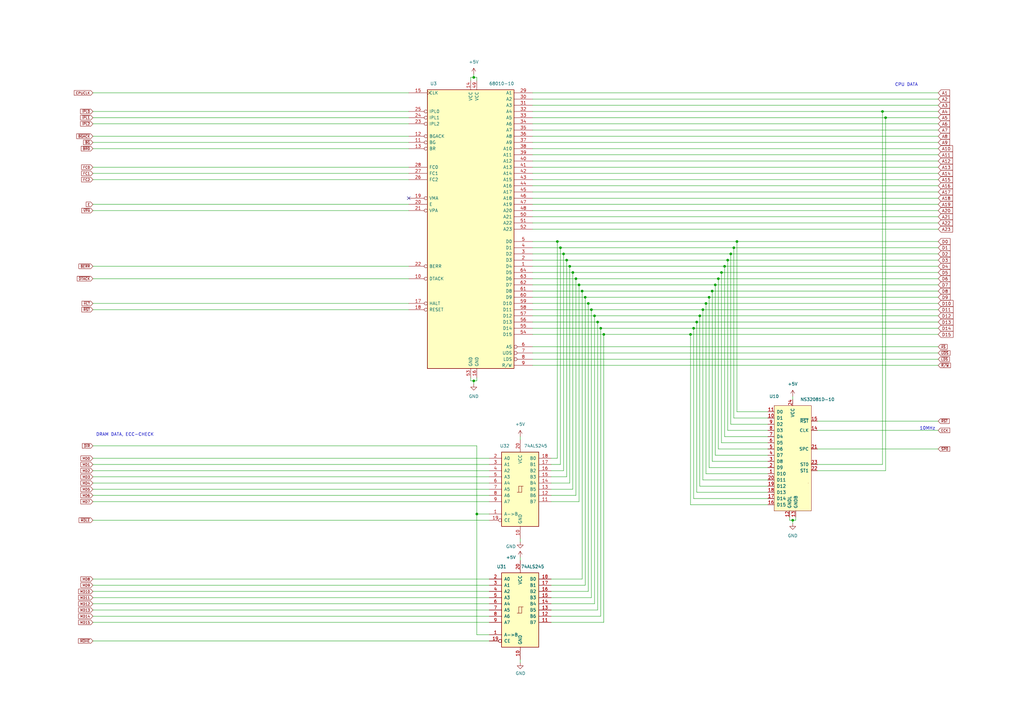
<source format=kicad_sch>
(kicad_sch (version 20211123) (generator eeschema)
  (paper "A3")
  (lib_symbols
    (symbol "74xx:74HC245" (pin_names (offset 1.016))
      (property "Reference" "U" (at -7.62 16.51 0))
      (property "Value" "74HC245" (at -7.62 -16.51 0))
      (symbol "74HC245_1_0"
        (polyline (pts (xy -0.635 -1.27) (xy -0.635 1.27) (xy 0.635 1.27)))
        (polyline (pts (xy -1.27 -1.27) (xy 0.635 -1.27) (xy 0.635 1.27) (xy 1.27 1.27)))
        (pin input line (at -12.7 -10.16 0) (length 5.08) (name "A->B") (number "1"))
        (pin power_in line (at 0 -20.32 90) (length 5.08) (name "GND") (number "10"))
        (pin tri_state line (at 12.7 -5.08 180) (length 5.08) (name "B7") (number "11"))
        (pin tri_state line (at 12.7 -2.54 180) (length 5.08) (name "B6") (number "12"))
        (pin tri_state line (at 12.7 0 180) (length 5.08) (name "B5") (number "13"))
        (pin tri_state line (at 12.7 2.54 180) (length 5.08) (name "B4") (number "14"))
        (pin tri_state line (at 12.7 5.08 180) (length 5.08) (name "B3") (number "15"))
        (pin tri_state line (at 12.7 7.62 180) (length 5.08) (name "B2") (number "16"))
        (pin tri_state line (at 12.7 10.16 180) (length 5.08) (name "B1") (number "17"))
        (pin tri_state line (at 12.7 12.7 180) (length 5.08) (name "B0") (number "18"))
        (pin input inverted (at -12.7 -12.7 0) (length 5.08) (name "CE") (number "19"))
        (pin tri_state line (at -12.7 12.7 0) (length 5.08) (name "A0") (number "2"))
        (pin power_in line (at 0 20.32 270) (length 5.08) (name "VCC") (number "20"))
        (pin tri_state line (at -12.7 10.16 0) (length 5.08) (name "A1") (number "3"))
        (pin tri_state line (at -12.7 7.62 0) (length 5.08) (name "A2") (number "4"))
        (pin tri_state line (at -12.7 5.08 0) (length 5.08) (name "A3") (number "5"))
        (pin tri_state line (at -12.7 2.54 0) (length 5.08) (name "A4") (number "6"))
        (pin tri_state line (at -12.7 0 0) (length 5.08) (name "A5") (number "7"))
        (pin tri_state line (at -12.7 -2.54 0) (length 5.08) (name "A6") (number "8"))
        (pin tri_state line (at -12.7 -5.08 0) (length 5.08) (name "A7") (number "9"))
      )
      (symbol "74HC245_1_1"
        (rectangle (start -7.62 15.24) (end 7.62 -15.24) (stroke (width 0.254)) (fill (type background)))
      )
    )
    (symbol "CPU_NXP_68000:68010D" (pin_names (offset 0.762))
      (property "Reference" "U" (at 0 2.54 0))
      (property "Value" "68010D" (at 0 -3.81 0))
      (symbol "68010D_0_1"
        (rectangle (start -17.78 57.15) (end 17.78 -57.15) (stroke (width 0.254)) (fill (type background)))
      )
      (symbol "68010D_1_1"
        (pin bidirectional line (at 25.4 -15.24 180) (length 7.62) (name "D4") (number "1"))
        (pin input inverted (at -25.4 -20.32 0) (length 7.62) (name "DTACK") (number "10"))
        (pin output inverted (at -25.4 35.56 0) (length 7.62) (name "BG") (number "11"))
        (pin input inverted (at -25.4 38.1 0) (length 7.62) (name "BGACK") (number "12"))
        (pin input inverted (at -25.4 33.02 0) (length 7.62) (name "BR") (number "13"))
        (pin power_in line (at 0 60.96 270) (length 3.81) (name "VCC") (number "14"))
        (pin input clock (at -25.4 55.88 0) (length 7.62) (name "CLK") (number "15"))
        (pin power_in line (at 2.54 -60.96 90) (length 3.81) (name "GND") (number "16"))
        (pin bidirectional inverted (at -25.4 -30.48 0) (length 7.62) (name "HALT") (number "17"))
        (pin bidirectional inverted (at -25.4 -33.02 0) (length 7.62) (name "RESET") (number "18"))
        (pin output inverted (at -25.4 12.7 0) (length 7.62) (name "VMA") (number "19"))
        (pin bidirectional line (at 25.4 -12.7 180) (length 7.62) (name "D3") (number "2"))
        (pin output line (at -25.4 10.16 0) (length 7.62) (name "E") (number "20"))
        (pin input inverted (at -25.4 7.62 0) (length 7.62) (name "VPA") (number "21"))
        (pin input inverted (at -25.4 -15.24 0) (length 7.62) (name "BERR") (number "22"))
        (pin input inverted (at -25.4 43.18 0) (length 7.62) (name "IPL2") (number "23"))
        (pin input inverted (at -25.4 45.72 0) (length 7.62) (name "IPL1") (number "24"))
        (pin input inverted (at -25.4 48.26 0) (length 7.62) (name "IPL0") (number "25"))
        (pin output line (at -25.4 20.32 0) (length 7.62) (name "FC2") (number "26"))
        (pin output line (at -25.4 22.86 0) (length 7.62) (name "FC1") (number "27"))
        (pin output line (at -25.4 25.4 0) (length 7.62) (name "FC0") (number "28"))
        (pin output line (at 25.4 55.88 180) (length 7.62) (name "A1") (number "29"))
        (pin bidirectional line (at 25.4 -10.16 180) (length 7.62) (name "D2") (number "3"))
        (pin output line (at 25.4 53.34 180) (length 7.62) (name "A2") (number "30"))
        (pin output line (at 25.4 50.8 180) (length 7.62) (name "A3") (number "31"))
        (pin output line (at 25.4 48.26 180) (length 7.62) (name "A4") (number "32"))
        (pin output line (at 25.4 45.72 180) (length 7.62) (name "A5") (number "33"))
        (pin output line (at 25.4 43.18 180) (length 7.62) (name "A6") (number "34"))
        (pin output line (at 25.4 40.64 180) (length 7.62) (name "A7") (number "35"))
        (pin output line (at 25.4 38.1 180) (length 7.62) (name "A8") (number "36"))
        (pin output line (at 25.4 35.56 180) (length 7.62) (name "A9") (number "37"))
        (pin output line (at 25.4 33.02 180) (length 7.62) (name "A10") (number "38"))
        (pin output line (at 25.4 30.48 180) (length 7.62) (name "A11") (number "39"))
        (pin bidirectional line (at 25.4 -7.62 180) (length 7.62) (name "D1") (number "4"))
        (pin output line (at 25.4 27.94 180) (length 7.62) (name "A12") (number "40"))
        (pin output line (at 25.4 25.4 180) (length 7.62) (name "A13") (number "41"))
        (pin output line (at 25.4 22.86 180) (length 7.62) (name "A14") (number "42"))
        (pin output line (at 25.4 20.32 180) (length 7.62) (name "A15") (number "43"))
        (pin output line (at 25.4 17.78 180) (length 7.62) (name "A16") (number "44"))
        (pin output line (at 25.4 15.24 180) (length 7.62) (name "A17") (number "45"))
        (pin output line (at 25.4 12.7 180) (length 7.62) (name "A18") (number "46"))
        (pin output line (at 25.4 10.16 180) (length 7.62) (name "A19") (number "47"))
        (pin output line (at 25.4 7.62 180) (length 7.62) (name "A20") (number "48"))
        (pin power_in line (at 2.54 60.96 270) (length 3.81) (name "VCC") (number "49"))
        (pin bidirectional line (at 25.4 -5.08 180) (length 7.62) (name "D0") (number "5"))
        (pin output line (at 25.4 5.08 180) (length 7.62) (name "A21") (number "50"))
        (pin output line (at 25.4 2.54 180) (length 7.62) (name "A22") (number "51"))
        (pin output line (at 25.4 0 180) (length 7.62) (name "A23") (number "52"))
        (pin power_in line (at 0 -60.96 90) (length 3.81) (name "GND") (number "53"))
        (pin bidirectional line (at 25.4 -43.18 180) (length 7.62) (name "D15") (number "54"))
        (pin bidirectional line (at 25.4 -40.64 180) (length 7.62) (name "D14") (number "55"))
        (pin bidirectional line (at 25.4 -38.1 180) (length 7.62) (name "D13") (number "56"))
        (pin bidirectional line (at 25.4 -35.56 180) (length 7.62) (name "D12") (number "57"))
        (pin bidirectional line (at 25.4 -33.02 180) (length 7.62) (name "D11") (number "58"))
        (pin bidirectional line (at 25.4 -30.48 180) (length 7.62) (name "D10") (number "59"))
        (pin output inverted (at 25.4 -48.26 180) (length 7.62) (name "AS") (number "6"))
        (pin bidirectional line (at 25.4 -27.94 180) (length 7.62) (name "D9") (number "60"))
        (pin bidirectional line (at 25.4 -25.4 180) (length 7.62) (name "D8") (number "61"))
        (pin bidirectional line (at 25.4 -22.86 180) (length 7.62) (name "D7") (number "62"))
        (pin bidirectional line (at 25.4 -20.32 180) (length 7.62) (name "D6") (number "63"))
        (pin bidirectional line (at 25.4 -17.78 180) (length 7.62) (name "D5") (number "64"))
        (pin output inverted (at 25.4 -50.8 180) (length 7.62) (name "UDS") (number "7"))
        (pin output inverted (at 25.4 -53.34 180) (length 7.62) (name "LDS") (number "8"))
        (pin output line (at 25.4 -55.88 180) (length 7.62) (name "R/W") (number "9"))
      )
    )
    (symbol "power:+5V" (power) (pin_names (offset 0))
      (property "Value" "+5V" (at 0 3.556 0))
      (symbol "+5V_0_1"
        (polyline (pts (xy -0.762 1.27) (xy 0 2.54)))
        (polyline (pts (xy 0 0) (xy 0 2.54)))
        (polyline (pts (xy 0 2.54) (xy 0.762 1.27)))
      )
      (symbol "+5V_1_1"
        (pin power_in line (at 0 0 90) (length 0) hide (name "+5V") (number "1"))
      )
    )
    (symbol "power:GND" (power) (pin_names (offset 0))
      (property "Value" "GND" (at 0 -3.81 0))
      (symbol "GND_0_1"
        (polyline (pts (xy 0 0) (xy 0 -1.27) (xy 1.27 -1.27) (xy 0 -2.54) (xy -1.27 -1.27) (xy 0 -1.27)))
      )
      (symbol "GND_1_1"
        (pin power_in line (at 0 0 270) (length 0) hide (name "GND") (number "1"))
      )
    )
    (symbol "x37:NS32081D-10" (pin_names (offset 1.016))
      (property "Reference" "U" (at 3.81 24.13 0))
      (property "Value" "NS32081D-10" (at -11.43 24.13 0))
      (symbol "NS32081D-10_0_0"
        (pin bidirectional line (at -10.16 -6.35 0) (length 2.54) (name "D10") (number "1"))
        (pin bidirectional line (at -10.16 16.51 0) (length 2.54) (name "D1") (number "10"))
        (pin power_in line (at -1.27 -24.13 90) (length 2.54) (name "GNDL") (number "12"))
        (pin power_in line (at 1.27 -24.13 90) (length 2.54) (name "GNDB") (number "13"))
        (pin input line (at 10.16 11.43 180) (length 2.54) (name "CLK") (number "14"))
        (pin input line (at 10.16 15.24 180) (length 2.54) (name "~{RST}") (number "15"))
        (pin bidirectional line (at -10.16 -19.05 0) (length 2.54) (name "D15") (number "16"))
        (pin bidirectional line (at -10.16 -16.51 0) (length 2.54) (name "D14") (number "17"))
        (pin bidirectional line (at -10.16 -13.97 0) (length 2.54) (name "D13") (number "18"))
        (pin bidirectional line (at -10.16 -11.43 0) (length 2.54) (name "D12") (number "19"))
        (pin bidirectional line (at -10.16 -3.81 0) (length 2.54) (name "D9") (number "2"))
        (pin bidirectional line (at -10.16 -8.89 0) (length 2.54) (name "D11") (number "20"))
        (pin bidirectional line (at 10.16 3.81 180) (length 2.54) (name "SPC") (number "21"))
        (pin bidirectional line (at 10.16 -5.08 180) (length 2.54) (name "ST1") (number "22"))
        (pin bidirectional line (at 10.16 -2.54 180) (length 2.54) (name "ST0") (number "23"))
        (pin power_in line (at 0 24.13 270) (length 2.54) (name "VCC") (number "24"))
        (pin bidirectional line (at -10.16 -1.27 0) (length 2.54) (name "D8") (number "3"))
        (pin bidirectional line (at -10.16 1.27 0) (length 2.54) (name "D7") (number "4"))
        (pin bidirectional line (at -10.16 3.81 0) (length 2.54) (name "D6") (number "5"))
        (pin bidirectional line (at -10.16 6.35 0) (length 2.54) (name "D5") (number "6"))
        (pin bidirectional line (at -10.16 8.89 0) (length 2.54) (name "D4") (number "7"))
        (pin bidirectional line (at -10.16 11.43 0) (length 2.54) (name "D3") (number "8"))
        (pin bidirectional line (at -10.16 13.97 0) (length 2.54) (name "D2") (number "9"))
      )
      (symbol "NS32081D-10_0_1"
        (rectangle (start -7.62 21.59) (end 7.62 -21.59) (fill (type background)))
        (rectangle (start 6.35 -10.16) (end 6.35 -10.16))
      )
      (symbol "NS32081D-10_1_1"
        (pin bidirectional line (at -10.16 19.05 0) (length 2.54) (name "D0") (number "11"))
      )
    )
  )
  (junction (at 299.72 104.14))
  (junction (at 194.31 31.75))
  (junction (at 288.29 127))
  (junction (at 284.48 134.62))
  (junction (at 298.45 106.68))
  (junction (at 240.03 121.92))
  (junction (at 361.95 45.72))
  (junction (at 247.65 137.16))
  (junction (at 287.02 129.54))
  (junction (at 242.57 127))
  (junction (at 297.18 109.22))
  (junction (at 228.6 99.06))
  (junction (at 234.95 111.76))
  (junction (at 194.31 156.21))
  (junction (at 195.58 210.82))
  (junction (at 243.84 129.54))
  (junction (at 233.68 109.22))
  (junction (at 300.99 101.6))
  (junction (at 290.83 121.92))
  (junction (at 246.38 134.62))
  (junction (at 229.87 101.6))
  (junction (at 289.56 124.46))
  (junction (at 285.75 132.08))
  (junction (at 283.21 137.16))
  (junction (at 238.76 119.38))
  (junction (at 294.64 114.3))
  (junction (at 241.3 124.46))
  (junction (at 292.1 119.38))
  (junction (at 293.37 116.84))
  (junction (at 231.14 104.14))
  (junction (at 325.12 213.36))
  (junction (at 302.26 99.06))
  (junction (at 245.11 132.08))
  (junction (at 295.91 111.76))
  (junction (at 232.41 106.68))
  (junction (at 363.22 48.26))
  (junction (at 236.22 114.3))
  (junction (at 237.49 116.84))
  (no_connect (at 167.64 81.28))
  (wire (pts (xy 229.87 101.6) (xy 229.87 190.5)))
  (wire (pts (xy 314.96 186.69) (xy 293.37 186.69)))
  (wire (pts (xy 326.39 213.36) (xy 326.39 212.09)))
  (wire (pts (xy 200.66 213.36) (xy 38.1 213.36)))
  (wire (pts (xy 193.04 31.75) (xy 194.31 31.75)))
  (wire (pts (xy 38.1 203.2) (xy 200.66 203.2)))
  (wire (pts (xy 218.44 58.42) (xy 384.81 58.42)))
  (wire (pts (xy 195.58 156.21) (xy 195.58 154.94)))
  (wire (pts (xy 218.44 101.6) (xy 229.87 101.6)))
  (wire (pts (xy 302.26 99.06) (xy 302.26 168.91)))
  (wire (pts (xy 218.44 60.96) (xy 384.81 60.96)))
  (wire (pts (xy 218.44 45.72) (xy 361.95 45.72)))
  (wire (pts (xy 325.12 162.56) (xy 325.12 163.83)))
  (wire (pts (xy 284.48 134.62) (xy 384.81 134.62)))
  (wire (pts (xy 226.06 203.2) (xy 236.22 203.2)))
  (wire (pts (xy 226.06 200.66) (xy 234.95 200.66)))
  (wire (pts (xy 218.44 106.68) (xy 232.41 106.68)))
  (wire (pts (xy 218.44 104.14) (xy 231.14 104.14)))
  (wire (pts (xy 287.02 129.54) (xy 384.81 129.54)))
  (wire (pts (xy 218.44 124.46) (xy 241.3 124.46)))
  (wire (pts (xy 245.11 132.08) (xy 285.75 132.08)))
  (wire (pts (xy 226.06 240.03) (xy 240.03 240.03)))
  (wire (pts (xy 289.56 124.46) (xy 289.56 194.31)))
  (wire (pts (xy 167.64 86.36) (xy 38.1 86.36)))
  (wire (pts (xy 361.95 190.5) (xy 335.28 190.5)))
  (wire (pts (xy 195.58 260.35) (xy 195.58 210.82)))
  (wire (pts (xy 294.64 184.15) (xy 314.96 184.15)))
  (wire (pts (xy 226.06 250.19) (xy 245.11 250.19)))
  (wire (pts (xy 200.66 205.74) (xy 38.1 205.74)))
  (wire (pts (xy 314.96 171.45) (xy 300.99 171.45)))
  (wire (pts (xy 284.48 134.62) (xy 284.48 204.47)))
  (wire (pts (xy 194.31 156.21) (xy 195.58 156.21)))
  (wire (pts (xy 167.64 50.8) (xy 38.1 50.8)))
  (wire (pts (xy 218.44 71.12) (xy 384.81 71.12)))
  (wire (pts (xy 167.64 58.42) (xy 38.1 58.42)))
  (wire (pts (xy 226.06 252.73) (xy 246.38 252.73)))
  (wire (pts (xy 293.37 116.84) (xy 384.81 116.84)))
  (wire (pts (xy 335.28 172.72) (xy 384.81 172.72)))
  (wire (pts (xy 241.3 124.46) (xy 241.3 242.57)))
  (wire (pts (xy 218.44 48.26) (xy 363.22 48.26)))
  (wire (pts (xy 200.66 200.66) (xy 38.1 200.66)))
  (wire (pts (xy 200.66 237.49) (xy 38.1 237.49)))
  (wire (pts (xy 292.1 189.23) (xy 314.96 189.23)))
  (wire (pts (xy 302.26 99.06) (xy 384.81 99.06)))
  (wire (pts (xy 335.28 193.04) (xy 363.22 193.04)))
  (wire (pts (xy 218.44 40.64) (xy 384.81 40.64)))
  (wire (pts (xy 243.84 129.54) (xy 243.84 247.65)))
  (wire (pts (xy 292.1 119.38) (xy 292.1 189.23)))
  (wire (pts (xy 290.83 191.77) (xy 314.96 191.77)))
  (wire (pts (xy 195.58 210.82) (xy 200.66 210.82)))
  (wire (pts (xy 294.64 114.3) (xy 384.81 114.3)))
  (wire (pts (xy 314.96 173.99) (xy 299.72 173.99)))
  (wire (pts (xy 325.12 213.36) (xy 326.39 213.36)))
  (wire (pts (xy 218.44 114.3) (xy 236.22 114.3)))
  (wire (pts (xy 293.37 186.69) (xy 293.37 116.84)))
  (wire (pts (xy 167.64 71.12) (xy 38.1 71.12)))
  (wire (pts (xy 234.95 200.66) (xy 234.95 111.76)))
  (wire (pts (xy 218.44 99.06) (xy 228.6 99.06)))
  (wire (pts (xy 167.64 38.1) (xy 38.1 38.1)))
  (wire (pts (xy 200.66 245.11) (xy 38.1 245.11)))
  (wire (pts (xy 226.06 245.11) (xy 242.57 245.11)))
  (wire (pts (xy 242.57 245.11) (xy 242.57 127)))
  (wire (pts (xy 213.36 220.98) (xy 213.36 222.25)))
  (wire (pts (xy 237.49 205.74) (xy 237.49 116.84)))
  (wire (pts (xy 167.64 83.82) (xy 38.1 83.82)))
  (wire (pts (xy 238.76 119.38) (xy 238.76 237.49)))
  (wire (pts (xy 218.44 66.04) (xy 384.81 66.04)))
  (wire (pts (xy 218.44 83.82) (xy 384.81 83.82)))
  (wire (pts (xy 218.44 121.92) (xy 240.03 121.92)))
  (wire (pts (xy 231.14 193.04) (xy 231.14 104.14)))
  (wire (pts (xy 226.06 205.74) (xy 237.49 205.74)))
  (wire (pts (xy 283.21 137.16) (xy 384.81 137.16)))
  (wire (pts (xy 384.81 43.18) (xy 218.44 43.18)))
  (wire (pts (xy 218.44 144.78) (xy 384.81 144.78)))
  (wire (pts (xy 218.44 91.44) (xy 384.81 91.44)))
  (wire (pts (xy 218.44 132.08) (xy 245.11 132.08)))
  (wire (pts (xy 247.65 137.16) (xy 283.21 137.16)))
  (wire (pts (xy 200.66 187.96) (xy 38.1 187.96)))
  (wire (pts (xy 226.06 255.27) (xy 247.65 255.27)))
  (wire (pts (xy 240.03 240.03) (xy 240.03 121.92)))
  (wire (pts (xy 300.99 101.6) (xy 384.81 101.6)))
  (wire (pts (xy 323.85 212.09) (xy 323.85 213.36)))
  (wire (pts (xy 302.26 168.91) (xy 314.96 168.91)))
  (wire (pts (xy 361.95 45.72) (xy 361.95 190.5)))
  (wire (pts (xy 226.06 193.04) (xy 231.14 193.04)))
  (wire (pts (xy 287.02 199.39) (xy 314.96 199.39)))
  (wire (pts (xy 193.04 154.94) (xy 193.04 156.21)))
  (wire (pts (xy 38.1 262.89) (xy 200.66 262.89)))
  (wire (pts (xy 323.85 213.36) (xy 325.12 213.36)))
  (wire (pts (xy 38.1 193.04) (xy 200.66 193.04)))
  (wire (pts (xy 218.44 93.98) (xy 384.81 93.98)))
  (wire (pts (xy 218.44 63.5) (xy 384.81 63.5)))
  (wire (pts (xy 38.1 252.73) (xy 200.66 252.73)))
  (wire (pts (xy 193.04 33.02) (xy 193.04 31.75)))
  (wire (pts (xy 218.44 129.54) (xy 243.84 129.54)))
  (wire (pts (xy 245.11 250.19) (xy 245.11 132.08)))
  (wire (pts (xy 213.36 270.51) (xy 213.36 271.78)))
  (wire (pts (xy 299.72 173.99) (xy 299.72 104.14)))
  (wire (pts (xy 38.1 242.57) (xy 200.66 242.57)))
  (wire (pts (xy 218.44 109.22) (xy 233.68 109.22)))
  (wire (pts (xy 226.06 198.12) (xy 233.68 198.12)))
  (wire (pts (xy 200.66 195.58) (xy 38.1 195.58)))
  (wire (pts (xy 295.91 181.61) (xy 314.96 181.61)))
  (wire (pts (xy 193.04 156.21) (xy 194.31 156.21)))
  (wire (pts (xy 233.68 198.12) (xy 233.68 109.22)))
  (wire (pts (xy 298.45 106.68) (xy 298.45 176.53)))
  (wire (pts (xy 200.66 240.03) (xy 38.1 240.03)))
  (wire (pts (xy 218.44 111.76) (xy 234.95 111.76)))
  (wire (pts (xy 325.12 213.36) (xy 325.12 214.63)))
  (wire (pts (xy 314.96 179.07) (xy 297.18 179.07)))
  (wire (pts (xy 38.1 114.3) (xy 167.64 114.3)))
  (wire (pts (xy 218.44 116.84) (xy 237.49 116.84)))
  (wire (pts (xy 218.44 149.86) (xy 384.81 149.86)))
  (wire (pts (xy 167.64 127) (xy 38.1 127)))
  (wire (pts (xy 38.1 55.88) (xy 167.64 55.88)))
  (wire (pts (xy 38.1 198.12) (xy 200.66 198.12)))
  (wire (pts (xy 213.36 228.6) (xy 213.36 229.87)))
  (wire (pts (xy 298.45 176.53) (xy 314.96 176.53)))
  (wire (pts (xy 229.87 101.6) (xy 300.99 101.6)))
  (wire (pts (xy 167.64 45.72) (xy 38.1 45.72)))
  (wire (pts (xy 289.56 194.31) (xy 314.96 194.31)))
  (wire (pts (xy 218.44 147.32) (xy 384.81 147.32)))
  (wire (pts (xy 243.84 129.54) (xy 287.02 129.54)))
  (wire (pts (xy 218.44 119.38) (xy 238.76 119.38)))
  (wire (pts (xy 218.44 78.74) (xy 384.81 78.74)))
  (wire (pts (xy 226.06 190.5) (xy 229.87 190.5)))
  (wire (pts (xy 290.83 121.92) (xy 384.81 121.92)))
  (wire (pts (xy 238.76 237.49) (xy 226.06 237.49)))
  (wire (pts (xy 218.44 55.88) (xy 384.81 55.88)))
  (wire (pts (xy 246.38 252.73) (xy 246.38 134.62)))
  (wire (pts (xy 218.44 127) (xy 242.57 127)))
  (wire (pts (xy 285.75 201.93) (xy 314.96 201.93)))
  (wire (pts (xy 237.49 116.84) (xy 293.37 116.84)))
  (wire (pts (xy 241.3 124.46) (xy 289.56 124.46)))
  (wire (pts (xy 200.66 250.19) (xy 38.1 250.19)))
  (wire (pts (xy 233.68 109.22) (xy 297.18 109.22)))
  (wire (pts (xy 285.75 132.08) (xy 384.81 132.08)))
  (wire (pts (xy 218.44 88.9) (xy 384.81 88.9)))
  (wire (pts (xy 232.41 106.68) (xy 298.45 106.68)))
  (wire (pts (xy 292.1 119.38) (xy 384.81 119.38)))
  (wire (pts (xy 218.44 86.36) (xy 384.81 86.36)))
  (wire (pts (xy 242.57 127) (xy 288.29 127)))
  (wire (pts (xy 232.41 195.58) (xy 232.41 106.68)))
  (wire (pts (xy 218.44 53.34) (xy 384.81 53.34)))
  (wire (pts (xy 38.1 124.46) (xy 167.64 124.46)))
  (wire (pts (xy 243.84 247.65) (xy 226.06 247.65)))
  (wire (pts (xy 363.22 193.04) (xy 363.22 48.26)))
  (wire (pts (xy 295.91 111.76) (xy 295.91 181.61)))
  (wire (pts (xy 167.64 109.22) (xy 38.1 109.22)))
  (wire (pts (xy 167.64 68.58) (xy 38.1 68.58)))
  (wire (pts (xy 200.66 260.35) (xy 195.58 260.35)))
  (wire (pts (xy 241.3 242.57) (xy 226.06 242.57)))
  (wire (pts (xy 246.38 134.62) (xy 284.48 134.62)))
  (wire (pts (xy 297.18 179.07) (xy 297.18 109.22)))
  (wire (pts (xy 195.58 182.88) (xy 38.1 182.88)))
  (wire (pts (xy 218.44 68.58) (xy 384.81 68.58)))
  (wire (pts (xy 38.1 247.65) (xy 200.66 247.65)))
  (wire (pts (xy 194.31 31.75) (xy 194.31 30.48)))
  (wire (pts (xy 289.56 124.46) (xy 384.81 124.46)))
  (wire (pts (xy 236.22 203.2) (xy 236.22 114.3)))
  (wire (pts (xy 228.6 99.06) (xy 302.26 99.06)))
  (wire (pts (xy 218.44 81.28) (xy 384.81 81.28)))
  (wire (pts (xy 195.58 210.82) (xy 195.58 182.88)))
  (wire (pts (xy 213.36 179.07) (xy 213.36 180.34)))
  (wire (pts (xy 218.44 38.1) (xy 384.81 38.1)))
  (wire (pts (xy 218.44 137.16) (xy 247.65 137.16)))
  (wire (pts (xy 226.06 195.58) (xy 232.41 195.58)))
  (wire (pts (xy 285.75 132.08) (xy 285.75 201.93)))
  (wire (pts (xy 288.29 127) (xy 288.29 196.85)))
  (wire (pts (xy 288.29 196.85) (xy 314.96 196.85)))
  (wire (pts (xy 218.44 76.2) (xy 384.81 76.2)))
  (wire (pts (xy 298.45 106.68) (xy 384.81 106.68)))
  (wire (pts (xy 240.03 121.92) (xy 290.83 121.92)))
  (wire (pts (xy 335.28 184.15) (xy 384.81 184.15)))
  (wire (pts (xy 200.66 255.27) (xy 38.1 255.27)))
  (wire (pts (xy 194.31 156.21) (xy 194.31 157.48)))
  (wire (pts (xy 290.83 121.92) (xy 290.83 191.77)))
  (wire (pts (xy 231.14 104.14) (xy 299.72 104.14)))
  (wire (pts (xy 236.22 114.3) (xy 294.64 114.3)))
  (wire (pts (xy 247.65 255.27) (xy 247.65 137.16)))
  (wire (pts (xy 167.64 73.66) (xy 38.1 73.66)))
  (wire (pts (xy 297.18 109.22) (xy 384.81 109.22)))
  (wire (pts (xy 300.99 171.45) (xy 300.99 101.6)))
  (wire (pts (xy 299.72 104.14) (xy 384.81 104.14)))
  (wire (pts (xy 287.02 129.54) (xy 287.02 199.39)))
  (wire (pts (xy 238.76 119.38) (xy 292.1 119.38)))
  (wire (pts (xy 234.95 111.76) (xy 295.91 111.76)))
  (wire (pts (xy 194.31 31.75) (xy 195.58 31.75)))
  (wire (pts (xy 228.6 187.96) (xy 228.6 99.06)))
  (wire (pts (xy 167.64 48.26) (xy 38.1 48.26)))
  (wire (pts (xy 283.21 137.16) (xy 283.21 207.01)))
  (wire (pts (xy 218.44 73.66) (xy 384.81 73.66)))
  (wire (pts (xy 218.44 142.24) (xy 384.81 142.24)))
  (wire (pts (xy 226.06 187.96) (xy 228.6 187.96)))
  (wire (pts (xy 218.44 50.8) (xy 384.81 50.8)))
  (wire (pts (xy 361.95 45.72) (xy 384.81 45.72)))
  (wire (pts (xy 363.22 48.26) (xy 384.81 48.26)))
  (wire (pts (xy 288.29 127) (xy 384.81 127)))
  (wire (pts (xy 200.66 190.5) (xy 38.1 190.5)))
  (wire (pts (xy 283.21 207.01) (xy 314.96 207.01)))
  (wire (pts (xy 195.58 31.75) (xy 195.58 33.02)))
  (wire (pts (xy 167.64 60.96) (xy 38.1 60.96)))
  (wire (pts (xy 294.64 114.3) (xy 294.64 184.15)))
  (wire (pts (xy 295.91 111.76) (xy 384.81 111.76)))
  (wire (pts (xy 335.28 176.53) (xy 384.81 176.53)))
  (wire (pts (xy 284.48 204.47) (xy 314.96 204.47)))
  (wire (pts (xy 218.44 134.62) (xy 246.38 134.62)))
  (text "10MHz" (at 377.19 176.53 0) (effects (font (size 1.27 1.27)) (justify left bottom)))
  (text "CPU DATA" (at 367.03 35.56 0) (effects (font (size 1.27 1.27)) (justify left bottom)))
  (text "DRAM DATA, ECC-CHECK" (at 39.37 179.07 0) (effects (font (size 1.27 1.27)) (justify left bottom)))
  (global_label "~{BR0}" (shape input) (at 38.1 60.96 180) (effects (font (size 0.9906 0.9906))) (property "Intersheet References" "${INTERSHEET_REFS}" (effects hide)))
  (global_label "~{IPL2}" (shape input) (at 38.1 50.8 180) (effects (font (size 0.9906 0.9906))) (property "Intersheet References" "${INTERSHEET_REFS}" (effects hide)))
  (global_label "MD8" (shape input) (at 38.1 237.49 180) (effects (font (size 0.9906 0.9906))) (property "Intersheet References" "${INTERSHEET_REFS}" (effects hide)))
  (global_label "MD12" (shape input) (at 38.1 247.65 180) (effects (font (size 0.9906 0.9906))) (property "Intersheet References" "${INTERSHEET_REFS}" (effects hide)))
  (global_label "~{BERR}" (shape input) (at 38.1 109.22 180) (effects (font (size 0.9906 0.9906))) (property "Intersheet References" "${INTERSHEET_REFS}" (effects hide)))
  (global_label "D7" (shape input) (at 384.81 116.84 0) (property "Intersheet References" "${INTERSHEET_REFS}" (effects hide)))
  (global_label "A10" (shape input) (at 384.81 60.96 0) (property "Intersheet References" "${INTERSHEET_REFS}" (effects hide)))
  (global_label "~{BGACK}" (shape input) (at 38.1 55.88 180) (effects (font (size 0.9906 0.9906))) (property "Intersheet References" "${INTERSHEET_REFS}" (effects hide)))
  (global_label "A23" (shape input) (at 384.81 93.98 0) (property "Intersheet References" "${INTERSHEET_REFS}" (effects hide)))
  (global_label "MD9" (shape input) (at 38.1 240.03 180) (effects (font (size 0.9906 0.9906))) (property "Intersheet References" "${INTERSHEET_REFS}" (effects hide)))
  (global_label "D6" (shape input) (at 384.81 114.3 0) (property "Intersheet References" "${INTERSHEET_REFS}" (effects hide)))
  (global_label "D8" (shape input) (at 384.81 119.38 0) (property "Intersheet References" "${INTERSHEET_REFS}" (effects hide)))
  (global_label "MD1" (shape input) (at 38.1 190.5 180) (effects (font (size 0.9906 0.9906))) (property "Intersheet References" "${INTERSHEET_REFS}" (effects hide)))
  (global_label "D3" (shape input) (at 384.81 106.68 0) (property "Intersheet References" "${INTERSHEET_REFS}" (effects hide)))
  (global_label "D15" (shape input) (at 384.81 137.16 0) (property "Intersheet References" "${INTERSHEET_REFS}" (effects hide)))
  (global_label "MD15" (shape input) (at 38.1 255.27 180) (effects (font (size 0.9906 0.9906))) (property "Intersheet References" "${INTERSHEET_REFS}" (effects hide)))
  (global_label "FC2" (shape input) (at 38.1 73.66 180) (effects (font (size 0.9906 0.9906))) (property "Intersheet References" "${INTERSHEET_REFS}" (effects hide)))
  (global_label "MD0" (shape input) (at 38.1 187.96 180) (effects (font (size 0.9906 0.9906))) (property "Intersheet References" "${INTERSHEET_REFS}" (effects hide)))
  (global_label "A7" (shape input) (at 384.81 53.34 0) (property "Intersheet References" "${INTERSHEET_REFS}" (effects hide)))
  (global_label "~{R{slash}W}" (shape input) (at 384.81 149.86 0) (effects (font (size 0.9906 0.9906))) (property "Intersheet References" "${INTERSHEET_REFS}" (effects hide)))
  (global_label "MD11" (shape input) (at 38.1 245.11 180) (effects (font (size 0.9906 0.9906))) (property "Intersheet References" "${INTERSHEET_REFS}" (effects hide)))
  (global_label "D1" (shape input) (at 384.81 101.6 0) (property "Intersheet References" "${INTERSHEET_REFS}" (effects hide)))
  (global_label "A22" (shape input) (at 384.81 91.44 0) (property "Intersheet References" "${INTERSHEET_REFS}" (effects hide)))
  (global_label "~{MDLE}" (shape input) (at 38.1 213.36 180) (effects (font (size 0.9906 0.9906))) (property "Intersheet References" "${INTERSHEET_REFS}" (effects hide)))
  (global_label "~{IPL0}" (shape input) (at 38.1 45.72 180) (effects (font (size 0.9906 0.9906))) (property "Intersheet References" "${INTERSHEET_REFS}" (effects hide)))
  (global_label "A2" (shape input) (at 384.81 40.64 0) (property "Intersheet References" "${INTERSHEET_REFS}" (effects hide)))
  (global_label "~{UDS}" (shape input) (at 384.81 144.78 0) (effects (font (size 0.9906 0.9906))) (property "Intersheet References" "${INTERSHEET_REFS}" (effects hide)))
  (global_label "A17" (shape input) (at 384.81 78.74 0) (property "Intersheet References" "${INTERSHEET_REFS}" (effects hide)))
  (global_label "D10" (shape input) (at 384.81 124.46 0) (property "Intersheet References" "${INTERSHEET_REFS}" (effects hide)))
  (global_label "FC0" (shape input) (at 38.1 68.58 180) (effects (font (size 0.9906 0.9906))) (property "Intersheet References" "${INTERSHEET_REFS}" (effects hide)))
  (global_label "D13" (shape input) (at 384.81 132.08 0) (property "Intersheet References" "${INTERSHEET_REFS}" (effects hide)))
  (global_label "~{RST}" (shape input) (at 384.81 172.72 0) (effects (font (size 0.9906 0.9906))) (property "Intersheet References" "${INTERSHEET_REFS}" (effects hide)))
  (global_label "D12" (shape input) (at 384.81 129.54 0) (property "Intersheet References" "${INTERSHEET_REFS}" (effects hide)))
  (global_label "MD2" (shape input) (at 38.1 193.04 180) (effects (font (size 0.9906 0.9906))) (property "Intersheet References" "${INTERSHEET_REFS}" (effects hide)))
  (global_label "MD4" (shape input) (at 38.1 198.12 180) (effects (font (size 0.9906 0.9906))) (property "Intersheet References" "${INTERSHEET_REFS}" (effects hide)))
  (global_label "MD7" (shape input) (at 38.1 205.74 180) (effects (font (size 0.9906 0.9906))) (property "Intersheet References" "${INTERSHEET_REFS}" (effects hide)))
  (global_label "~{DIR}" (shape input) (at 38.1 182.88 180) (effects (font (size 0.9906 0.9906))) (property "Intersheet References" "${INTERSHEET_REFS}" (effects hide)))
  (global_label "~{VPA}" (shape input) (at 38.1 86.36 180) (effects (font (size 0.9906 0.9906))) (property "Intersheet References" "${INTERSHEET_REFS}" (effects hide)))
  (global_label "~{AS}" (shape input) (at 384.81 142.24 0) (effects (font (size 0.9906 0.9906))) (property "Intersheet References" "${INTERSHEET_REFS}" (effects hide)))
  (global_label "A3" (shape input) (at 384.81 43.18 0) (property "Intersheet References" "${INTERSHEET_REFS}" (effects hide)))
  (global_label "MD10" (shape input) (at 38.1 242.57 180) (effects (font (size 0.9906 0.9906))) (property "Intersheet References" "${INTERSHEET_REFS}" (effects hide)))
  (global_label "~{HLT}" (shape input) (at 38.1 124.46 180) (effects (font (size 0.9906 0.9906))) (property "Intersheet References" "${INTERSHEET_REFS}" (effects hide)))
  (global_label "A21" (shape input) (at 384.81 88.9 0) (property "Intersheet References" "${INTERSHEET_REFS}" (effects hide)))
  (global_label "E" (shape input) (at 38.1 83.82 180) (effects (font (size 0.9906 0.9906))) (property "Intersheet References" "${INTERSHEET_REFS}" (effects hide)))
  (global_label "~{MDHE}" (shape input) (at 38.1 262.89 180) (effects (font (size 0.9906 0.9906))) (property "Intersheet References" "${INTERSHEET_REFS}" (effects hide)))
  (global_label "A19" (shape input) (at 384.81 83.82 0) (property "Intersheet References" "${INTERSHEET_REFS}" (effects hide)))
  (global_label "MD5" (shape input) (at 38.1 200.66 180) (effects (font (size 0.9906 0.9906))) (property "Intersheet References" "${INTERSHEET_REFS}" (effects hide)))
  (global_label "D11" (shape input) (at 384.81 127 0) (property "Intersheet References" "${INTERSHEET_REFS}" (effects hide)))
  (global_label "~{SP0}" (shape input) (at 384.81 184.15 0) (effects (font (size 0.9906 0.9906))) (property "Intersheet References" "${INTERSHEET_REFS}" (effects hide)))
  (global_label "MD13" (shape input) (at 38.1 250.19 180) (effects (font (size 0.9906 0.9906))) (property "Intersheet References" "${INTERSHEET_REFS}" (effects hide)))
  (global_label "A18" (shape input) (at 384.81 81.28 0) (property "Intersheet References" "${INTERSHEET_REFS}" (effects hide)))
  (global_label "ECK" (shape input) (at 384.81 176.53 0) (effects (font (size 0.9906 0.9906))) (property "Intersheet References" "${INTERSHEET_REFS}" (effects hide)))
  (global_label "A11" (shape input) (at 384.81 63.5 0) (property "Intersheet References" "${INTERSHEET_REFS}" (effects hide)))
  (global_label "MD6" (shape input) (at 38.1 203.2 180) (effects (font (size 0.9906 0.9906))) (property "Intersheet References" "${INTERSHEET_REFS}" (effects hide)))
  (global_label "A9" (shape input) (at 384.81 58.42 0) (property "Intersheet References" "${INTERSHEET_REFS}" (effects hide)))
  (global_label "A14" (shape input) (at 384.81 71.12 0) (property "Intersheet References" "${INTERSHEET_REFS}" (effects hide)))
  (global_label "A16" (shape input) (at 384.81 76.2 0) (property "Intersheet References" "${INTERSHEET_REFS}" (effects hide)))
  (global_label "~{RST}" (shape input) (at 38.1 127 180) (effects (font (size 0.9906 0.9906))) (property "Intersheet References" "${INTERSHEET_REFS}" (effects hide)))
  (global_label "A6" (shape input) (at 384.81 50.8 0) (property "Intersheet References" "${INTERSHEET_REFS}" (effects hide)))
  (global_label "D2" (shape input) (at 384.81 104.14 0) (property "Intersheet References" "${INTERSHEET_REFS}" (effects hide)))
  (global_label "D0" (shape input) (at 384.81 99.06 0) (property "Intersheet References" "${INTERSHEET_REFS}" (effects hide)))
  (global_label "~{LDS}" (shape input) (at 384.81 147.32 0) (effects (font (size 0.9906 0.9906))) (property "Intersheet References" "${INTERSHEET_REFS}" (effects hide)))
  (global_label "FC1" (shape input) (at 38.1 71.12 180) (effects (font (size 0.9906 0.9906))) (property "Intersheet References" "${INTERSHEET_REFS}" (effects hide)))
  (global_label "CPUCLK" (shape input) (at 38.1 38.1 180) (effects (font (size 0.9906 0.9906))) (property "Intersheet References" "${INTERSHEET_REFS}" (effects hide)))
  (global_label "D14" (shape input) (at 384.81 134.62 0) (property "Intersheet References" "${INTERSHEET_REFS}" (effects hide)))
  (global_label "A1" (shape input) (at 384.81 38.1 0) (property "Intersheet References" "${INTERSHEET_REFS}" (effects hide)))
  (global_label "~{IPL1}" (shape input) (at 38.1 48.26 180) (effects (font (size 0.9906 0.9906))) (property "Intersheet References" "${INTERSHEET_REFS}" (effects hide)))
  (global_label "MD3" (shape input) (at 38.1 195.58 180) (effects (font (size 0.9906 0.9906))) (property "Intersheet References" "${INTERSHEET_REFS}" (effects hide)))
  (global_label "~{DTACK}" (shape input) (at 38.1 114.3 180) (effects (font (size 0.9906 0.9906))) (property "Intersheet References" "${INTERSHEET_REFS}" (effects hide)))
  (global_label "A13" (shape input) (at 384.81 68.58 0) (property "Intersheet References" "${INTERSHEET_REFS}" (effects hide)))
  (global_label "D5" (shape input) (at 384.81 111.76 0) (property "Intersheet References" "${INTERSHEET_REFS}" (effects hide)))
  (global_label "A20" (shape input) (at 384.81 86.36 0) (property "Intersheet References" "${INTERSHEET_REFS}" (effects hide)))
  (global_label "D4" (shape input) (at 384.81 109.22 0) (property "Intersheet References" "${INTERSHEET_REFS}" (effects hide)))
  (global_label "A4" (shape input) (at 384.81 45.72 0) (property "Intersheet References" "${INTERSHEET_REFS}" (effects hide)))
  (global_label "A8" (shape input) (at 384.81 55.88 0) (property "Intersheet References" "${INTERSHEET_REFS}" (effects hide)))
  (global_label "A12" (shape input) (at 384.81 66.04 0) (property "Intersheet References" "${INTERSHEET_REFS}" (effects hide)))
  (global_label "MD14" (shape input) (at 38.1 252.73 180) (effects (font (size 0.9906 0.9906))) (property "Intersheet References" "${INTERSHEET_REFS}" (effects hide)))
  (global_label "~{BG}" (shape input) (at 38.1 58.42 180) (effects (font (size 0.9906 0.9906))) (property "Intersheet References" "${INTERSHEET_REFS}" (effects hide)))
  (global_label "D9" (shape input) (at 384.81 121.92 0) (property "Intersheet References" "${INTERSHEET_REFS}" (effects hide)))
  (global_label "A15" (shape input) (at 384.81 73.66 0) (property "Intersheet References" "${INTERSHEET_REFS}" (effects hide)))
  (global_label "A5" (shape input) (at 384.81 48.26 0) (property "Intersheet References" "${INTERSHEET_REFS}" (effects hide)))
  (symbol (lib_id "CPU_NXP_68000:68010D") (at 193.04 93.98 0) (unit 1)
    (property "Reference" "U3" (at 177.8 34.29 0))
    (property "Value" "68010-10" (at 205.74 34.29 0))
    (property "Footprint" "Package_DIP:DIP-64_W25.4mm" (effects hide))
    (property "Datasheet" "https://www.nxp.com/docs/en/reference-manual/MC68000UM.pdf" (effects hide))
  )
  (symbol (lib_id "x37:NS32081D-10") (at 325.12 187.96 0) (unit 1)
    (property "Reference" "U10" (at 317.5 162.56 0))
    (property "Value" "NS32081D-10" (at 335.28 163.83 0))
    (property "Footprint" "Package_DIP:DIP-24_W15.24mm_Socket_LongPads" (effects hide))
  )
  (symbol (lib_id "power:+5V") (at 194.31 30.48 0) (unit 1)
    (property "Reference" "#PWR0108" (effects hide))
    (property "Value" "+5V" (at 194.31 25.4 0))
  )
  (symbol (lib_id "74xx:74HC245") (at 213.36 200.66 0) (unit 1)
    (property "Reference" "U32" (at 207.01 182.88 0))
    (property "Value" "74ALS245" (at 219.71 182.88 0))
    (property "Footprint" "Package_DIP:DIP-20_W7.62mm" (effects hide))
    (property "Datasheet" "http://www.ti.com/lit/gpn/sn74HC245" (effects hide))
  )
  (symbol (lib_id "power:+5V") (at 213.36 228.6 0) (unit 1)
    (property "Reference" "#PWR0104" (effects hide))
    (property "Value" "+5V" (at 209.55 228.6 0))
  )
  (symbol (lib_id "power:+5V") (at 325.12 162.56 0) (unit 1)
    (property "Reference" "#PWR0107" (effects hide))
    (property "Value" "+5V" (at 325.12 157.48 0))
  )
  (symbol (lib_id "74xx:74HC245") (at 213.36 250.19 0) (unit 1)
    (property "Reference" "U31" (at 205.74 232.41 0))
    (property "Value" "74ALS245" (at 218.44 232.41 0))
    (property "Footprint" "Package_DIP:DIP-20_W7.62mm" (effects hide))
    (property "Datasheet" "http://www.ti.com/lit/gpn/sn74HC245" (effects hide))
  )
  (symbol (lib_id "power:GND") (at 213.36 271.78 0) (unit 1)
    (property "Reference" "#PWR0105" (effects hide))
    (property "Value" "GND" (at 213.487 276.1742 0))
  )
  (symbol (lib_id "power:GND") (at 213.36 222.25 0) (unit 1)
    (property "Reference" "#PWR0106" (effects hide))
    (property "Value" "GND" (at 209.55 224.155 0))
  )
  (symbol (lib_id "power:GND") (at 325.12 214.63 0) (unit 1)
    (property "Reference" "#PWR0101" (effects hide))
    (property "Value" "GND" (at 325.12 219.71 0))
  )
  (symbol (lib_id "power:+5V") (at 213.36 179.07 0) (unit 1)
    (property "Reference" "#PWR0103" (effects hide))
    (property "Value" "+5V" (at 213.36 173.99 0))
  )
  (symbol (lib_id "power:GND") (at 194.31 157.48 0) (unit 1)
    (property "Reference" "#PWR0102" (effects hide))
    (property "Value" "GND" (at 194.31 162.56 0))
  )
)
</source>
